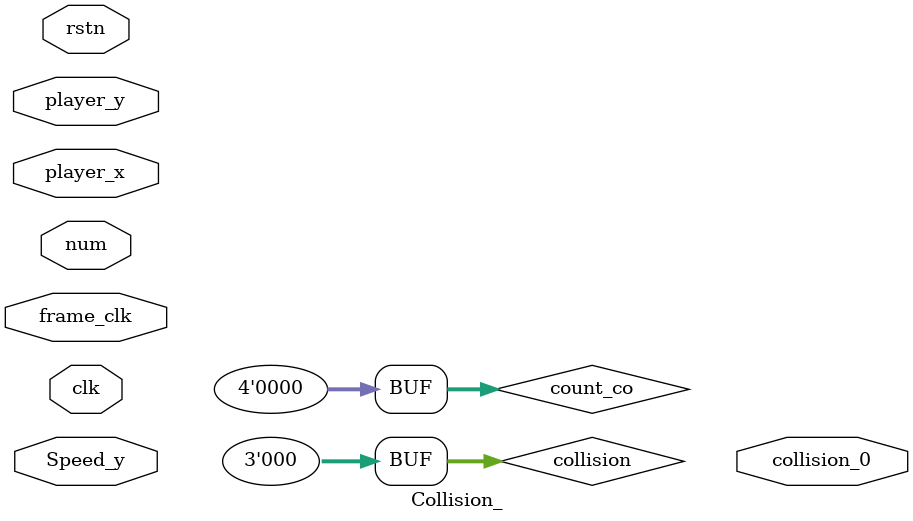
<source format=sv>
module Collision_ #(  //player交互
    parameter ADDR_WIDTH = 15,
    parameter X_WHITH = 30,  //物体款宽
    parameter Y_WHITH = 36,  //物体高
    parameter STAIR_X = 30,  //台阶宽
    parameter STAIR_Y = 4,   //台阶高
    parameter MOB_X = 70,  //敌机宽
    parameter MOB_Y = 20,  //敌机高
    parameter H_LENGTH  = 200, //宽度
    parameter V_LENGTH  = 150  //高度
)(
   input clk,
    input frame_clk,
    input rstn,

    input [5:0] num, //状态编号[5:0], [1:0]表示碰撞的种类(到时候用clk遍历)，[3:0]对应可碰台阶的编号

    input [$clog2(H_LENGTH)-1:0] player_x, //player
    input [$clog2(V_LENGTH)-1:0] player_y, 
    input [$clog2(V_LENGTH)-1:0] Speed_y,
    
    output [2:0]  collision_0//"1XX"表示触底或碰到敌机失败，"011"表示加速台阶，"010"表示正常碰到台阶反弹，"00X"表示不碰撞
);
//reg [$clog2(H_LENGTH)-1:0] stair_x;
//reg [$clog2(V_LENGTH)-1:0] stair_y;
reg [3:0] count_co ;  //用来遍历台阶的，输入stair模块中使用，返回在stair_x、stair_y上
//reg [1:0] Stair_state;

//reg [$clog2(H_LENGTH)-1:0] mob_x;
//reg [$clog2(V_LENGTH)-1:0] mob_y;

//reg  [$clog2(H_LENGTH)-1:0] player_x;
//reg  [$clog2(V_LENGTH)-1:0] player_y;
//reg  signed [$clog2(V_LENGTH)-1:0] Speed_y;
reg  [2:0]  collision;//"1XX"表示触底或碰到敌机失败，"010"表示加速台阶，"011"表示正常碰到台阶反弹，"00X"表示不碰撞

//always @(posedge frame_clk) begin //敌机逻辑
    //collision <= 0;
    //if (((player_y+Y_WHITH/2)==(mob_y-MOB_Y))&&((player_x-X_WHITH/2)==(mob_x+MOB_X))) begin //敌机逻辑左上
        //collision [2] <= 1;
    //end
    //if (((player_y+Y_WHITH/2)==(mob_y-MOB_Y))&&((player_x+X_WHITH/2)==(mob_x-MOB_X))) begin //敌机逻辑右上
        //collision [2] <= 1;
    //end
    //if (((player_y-Y_WHITH/2)==(mob_y+MOB_Y))&&((player_x-X_WHITH/2)==(mob_x+MOB_X))) begin //敌机逻辑左下
        //collision [2] <= 1;
    //end
    //if (((player_y-Y_WHITH/2)==(mob_y+MOB_Y))&&((player_x+X_WHITH/2)==(mob_x-MOB_X))) begin //敌机逻辑右下
        //collision [2] <= 1;
    //end
    //if (player_y == (V_LENGTH-15)) begin //触底逻辑
        //collision [2] <= 1;
    //end
//end

//always @(posedge clk) begin //台阶遍历
    //if (Speed_y > 0) begin
        //if (((player_y+Y_WHITH/2)==(stair_y-STAIR_Y))) begin
            //if (((player_x+X_WHITH/2)>(stair_x-STAIR_X))&&((player_x-X_WHITH/2)<(stair_x+STAIR_X))) begin
                //if (Stair_state == 2'b10) begin //判断台阶种类，目前只有一种特殊台阶
                    //collision [0] <= 2'b11;
                ///end 
                //else if (Stair_state == 2'b01) begin
                    //collision [0] <= 2'b10;
                //end
            //end
        //end
    //end
//end

Counter #(4, 15) counter_collision (// 每个clk计数器减1,用于遍历16个台阶
  .clk       (clk),
  .rstn      (rstn),
  .load_value(1000),
  .enable    (1),
  .count     (count_co)
);

initial begin        //初始化
    count_co <= 0;
    collision <= 0;
end

endmodule
</source>
